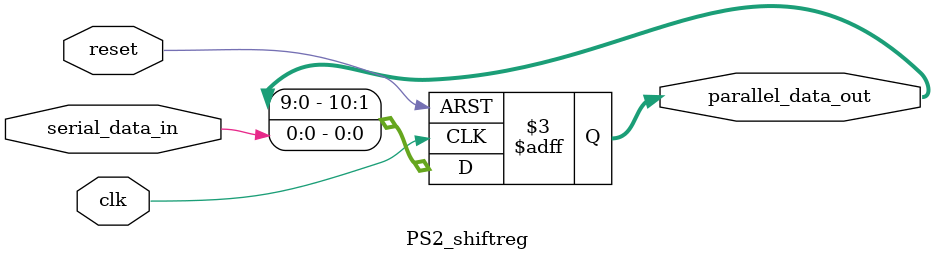
<source format=sv>
module PS2_shiftreg(input  logic clk,
				input  logic reset, 
				input  logic serial_data_in,
				
				output logic [10:0] parallel_data_out);

always @ ( posedge clk or negedge reset)
	begin
	  if (!reset) 
		begin
			parallel_data_out <= 11'b0;
		end
	  else  
		 parallel_data_out[10:0] <= {parallel_data_out[9:0],serial_data_in};
	end
endmodule
</source>
